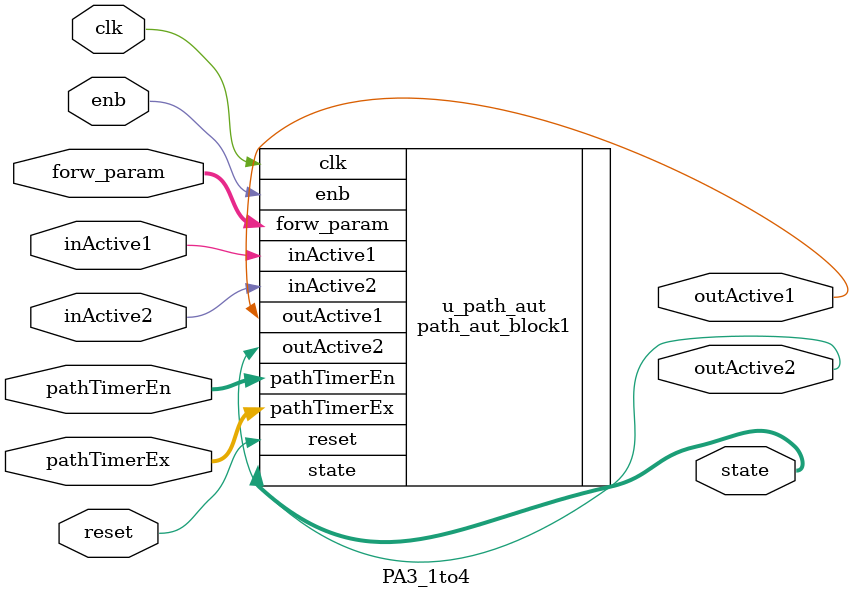
<source format=v>



`timescale 1 ns / 1 ns

module PA3_1to4
          (clk,
           reset,
           enb,
           inActive1,
           inActive2,
           pathTimerEn,
           pathTimerEx,
           forw_param,
           outActive1,
           outActive2,
           state);


  input   clk;
  input   reset;
  input   enb;
  input   inActive1;
  input   inActive2;
  input   [15:0] pathTimerEn;  // uint16
  input   [15:0] pathTimerEx;  // uint16
  input   [15:0] forw_param;  // uint16
  output  outActive1;
  output  outActive2;
  output  [7:0] state;  // uint8




  path_aut_block1 u_path_aut (.clk(clk),
                              .reset(reset),
                              .enb(enb),
                              .inActive1(inActive1),
                              .inActive2(inActive2),
                              .forw_param(forw_param),  // uint16
                              .pathTimerEn(pathTimerEn),  // uint16
                              .pathTimerEx(pathTimerEx),  // uint16
                              .outActive1(outActive1),
                              .outActive2(outActive2),
                              .state(state)  // uint8
                              );

endmodule  // PA3_1to4


</source>
